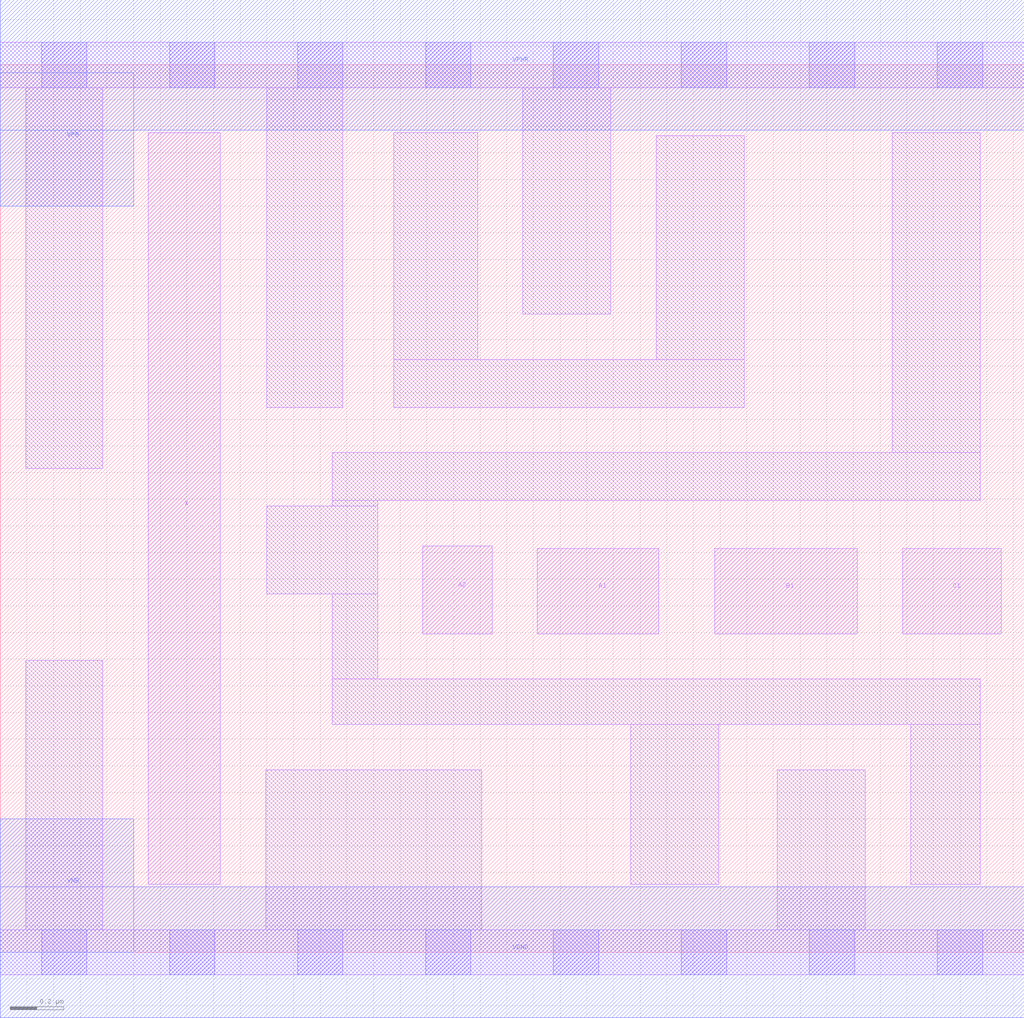
<source format=lef>
# Copyright 2020 The SkyWater PDK Authors
#
# Licensed under the Apache License, Version 2.0 (the "License");
# you may not use this file except in compliance with the License.
# You may obtain a copy of the License at
#
#     https://www.apache.org/licenses/LICENSE-2.0
#
# Unless required by applicable law or agreed to in writing, software
# distributed under the License is distributed on an "AS IS" BASIS,
# WITHOUT WARRANTIES OR CONDITIONS OF ANY KIND, either express or implied.
# See the License for the specific language governing permissions and
# limitations under the License.
#
# SPDX-License-Identifier: Apache-2.0

VERSION 5.5 ;
NAMESCASESENSITIVE ON ;
BUSBITCHARS "[]" ;
DIVIDERCHAR "/" ;
MACRO sky130_fd_sc_lp__a211o_2
  CLASS CORE ;
  SOURCE USER ;
  ORIGIN  0.000000  0.000000 ;
  SIZE  3.840000 BY  3.330000 ;
  SYMMETRY X Y R90 ;
  SITE unit ;
  PIN A1
    ANTENNAGATEAREA  0.315000 ;
    DIRECTION INPUT ;
    USE SIGNAL ;
    PORT
      LAYER li1 ;
        RECT 2.015000 1.195000 2.470000 1.515000 ;
    END
  END A1
  PIN A2
    ANTENNAGATEAREA  0.315000 ;
    DIRECTION INPUT ;
    USE SIGNAL ;
    PORT
      LAYER li1 ;
        RECT 1.585000 1.195000 1.845000 1.525000 ;
    END
  END A2
  PIN B1
    ANTENNAGATEAREA  0.315000 ;
    DIRECTION INPUT ;
    USE SIGNAL ;
    PORT
      LAYER li1 ;
        RECT 2.680000 1.195000 3.215000 1.515000 ;
    END
  END B1
  PIN C1
    ANTENNAGATEAREA  0.315000 ;
    DIRECTION INPUT ;
    USE SIGNAL ;
    PORT
      LAYER li1 ;
        RECT 3.385000 1.195000 3.755000 1.515000 ;
    END
  END C1
  PIN X
    ANTENNADIFFAREA  0.588000 ;
    DIRECTION OUTPUT ;
    USE SIGNAL ;
    PORT
      LAYER li1 ;
        RECT 0.555000 0.255000 0.825000 3.075000 ;
    END
  END X
  PIN VGND
    DIRECTION INOUT ;
    USE GROUND ;
    PORT
      LAYER met1 ;
        RECT 0.000000 -0.245000 3.840000 0.245000 ;
    END
  END VGND
  PIN VNB
    DIRECTION INOUT ;
    USE GROUND ;
    PORT
      LAYER met1 ;
        RECT 0.000000 0.000000 0.500000 0.500000 ;
    END
  END VNB
  PIN VPB
    DIRECTION INOUT ;
    USE POWER ;
    PORT
      LAYER met1 ;
        RECT 0.000000 2.800000 0.500000 3.300000 ;
    END
  END VPB
  PIN VPWR
    DIRECTION INOUT ;
    USE POWER ;
    PORT
      LAYER met1 ;
        RECT 0.000000 3.085000 3.840000 3.575000 ;
    END
  END VPWR
  OBS
    LAYER li1 ;
      RECT 0.000000 -0.085000 3.840000 0.085000 ;
      RECT 0.000000  3.245000 3.840000 3.415000 ;
      RECT 0.095000  0.085000 0.385000 1.095000 ;
      RECT 0.095000  1.815000 0.385000 3.245000 ;
      RECT 0.995000  0.085000 1.805000 0.685000 ;
      RECT 1.000000  1.345000 1.415000 1.675000 ;
      RECT 1.000000  2.045000 1.285000 3.245000 ;
      RECT 1.245000  0.855000 3.675000 1.025000 ;
      RECT 1.245000  1.025000 1.415000 1.345000 ;
      RECT 1.245000  1.675000 1.415000 1.695000 ;
      RECT 1.245000  1.695000 3.675000 1.875000 ;
      RECT 1.475000  2.045000 2.790000 2.225000 ;
      RECT 1.475000  2.225000 1.790000 3.075000 ;
      RECT 1.960000  2.395000 2.290000 3.245000 ;
      RECT 2.365000  0.255000 2.695000 0.855000 ;
      RECT 2.460000  2.225000 2.790000 3.065000 ;
      RECT 2.915000  0.085000 3.245000 0.685000 ;
      RECT 3.345000  1.875000 3.675000 3.075000 ;
      RECT 3.415000  0.255000 3.675000 0.855000 ;
    LAYER mcon ;
      RECT 0.155000 -0.085000 0.325000 0.085000 ;
      RECT 0.155000  3.245000 0.325000 3.415000 ;
      RECT 0.635000 -0.085000 0.805000 0.085000 ;
      RECT 0.635000  3.245000 0.805000 3.415000 ;
      RECT 1.115000 -0.085000 1.285000 0.085000 ;
      RECT 1.115000  3.245000 1.285000 3.415000 ;
      RECT 1.595000 -0.085000 1.765000 0.085000 ;
      RECT 1.595000  3.245000 1.765000 3.415000 ;
      RECT 2.075000 -0.085000 2.245000 0.085000 ;
      RECT 2.075000  3.245000 2.245000 3.415000 ;
      RECT 2.555000 -0.085000 2.725000 0.085000 ;
      RECT 2.555000  3.245000 2.725000 3.415000 ;
      RECT 3.035000 -0.085000 3.205000 0.085000 ;
      RECT 3.035000  3.245000 3.205000 3.415000 ;
      RECT 3.515000 -0.085000 3.685000 0.085000 ;
      RECT 3.515000  3.245000 3.685000 3.415000 ;
  END
END sky130_fd_sc_lp__a211o_2

</source>
